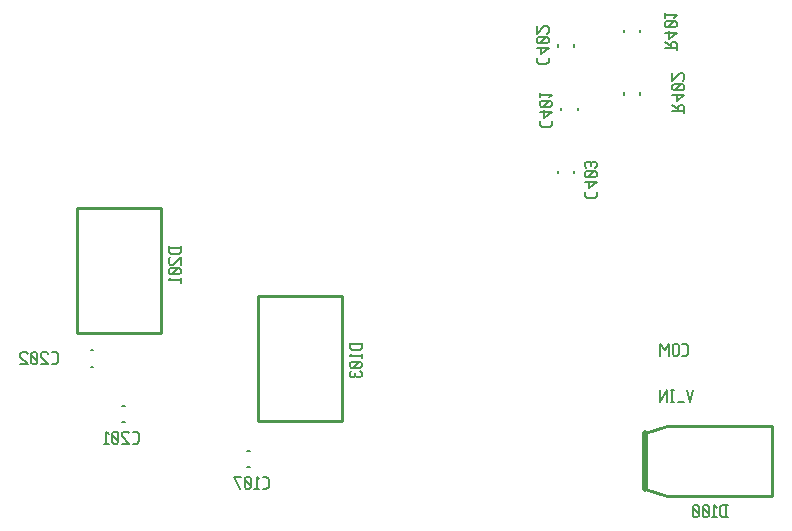
<source format=gbr>
G04 start of page 11 for group -4078 idx -4078 *
G04 Title: RspPiPS, bottomsilk *
G04 Creator: pcb 4.0.2 *
G04 CreationDate: Thu Dec 16 04:25:21 2021 UTC *
G04 For: austin *
G04 Format: Gerber/RS-274X *
G04 PCB-Dimensions (mil): 10000.00 10000.00 *
G04 PCB-Coordinate-Origin: lower left *
%MOIN*%
%FSLAX25Y25*%
%LNBOTTOMSILK*%
%ADD111C,0.0200*%
%ADD110C,0.0100*%
%ADD109C,0.0080*%
G54D109*X426700Y622000D02*X425700Y618000D01*
X424700Y622000D01*
X421500Y618000D02*X423500D01*
X419300Y622000D02*X420300D01*
X419800Y618000D02*Y622000D01*
X419300Y618000D02*X420300D01*
X418100D02*Y622000D01*
X415600Y618000D01*
Y622000D01*
X423100Y633400D02*X424400D01*
X425100Y634100D02*X424400Y633400D01*
X425100Y634100D02*Y636700D01*
X424400Y637400D01*
X423100D02*X424400D01*
X421900Y633900D02*Y636900D01*
X421400Y637400D01*
X420400D02*X421400D01*
X420400D02*X419900Y636900D01*
Y633900D02*Y636900D01*
X420400Y633400D02*X419900Y633900D01*
X420400Y633400D02*X421400D01*
X421900Y633900D02*X421400Y633400D01*
X418700D02*Y637400D01*
X417200Y635400D01*
X415700Y637400D01*
Y633400D02*Y637400D01*
X225827Y629799D02*X226613D01*
X225827Y635309D02*X226613D01*
X236387Y616802D02*X237173D01*
X236387Y611292D02*X237173D01*
G54D110*X249433Y682681D02*Y641081D01*
X221433D01*
Y682681D01*
X249433D01*
G54D111*X410636Y589166D02*Y607566D01*
G54D110*X417836Y610166D01*
X453036D01*
Y586566D02*Y610166D01*
X417836Y586566D02*X453036D01*
X417836D02*X410636Y589166D01*
G54D109*X278107Y601755D02*X278893D01*
X278107Y596245D02*X278893D01*
G54D110*X309669Y653277D02*Y611677D01*
X281669D01*
Y653277D01*
X309669D01*
G54D109*X386993Y737263D02*Y736477D01*
X381483Y737263D02*Y736477D01*
X388174Y716003D02*Y715217D01*
X382664Y716003D02*Y715217D01*
X409054Y742125D02*Y741339D01*
X403544Y742125D02*Y741339D01*
X386993Y695137D02*Y694351D01*
X381483Y695137D02*Y694351D01*
X409054Y721259D02*Y720473D01*
X403544Y721259D02*Y720473D01*
X374488Y731420D02*Y732720D01*
X375188Y730720D02*X374488Y731420D01*
X375188Y730720D02*X377788D01*
X378488Y731420D01*
Y732720D01*
X375988Y733920D02*X378488Y735920D01*
X375988Y733920D02*Y736420D01*
X374488Y735920D02*X378488D01*
X374988Y737620D02*X374488Y738120D01*
X374988Y737620D02*X377988D01*
X378488Y738120D01*
Y739120D01*
X377988Y739620D01*
X374988D02*X377988D01*
X374488Y739120D02*X374988Y739620D01*
X374488Y738120D02*Y739120D01*
X375488Y737620D02*X377488Y739620D01*
X377988Y740820D02*X378488Y741320D01*
Y742820D01*
X377988Y743320D01*
X376988D02*X377988D01*
X374488Y740820D02*X376988Y743320D01*
X374488Y740820D02*Y743320D01*
X375569Y710260D02*Y711560D01*
X376269Y709560D02*X375569Y710260D01*
X376269Y709560D02*X378869D01*
X379569Y710260D01*
Y711560D01*
X377069Y712760D02*X379569Y714760D01*
X377069Y712760D02*Y715260D01*
X375569Y714760D02*X379569D01*
X376069Y716460D02*X375569Y716960D01*
X376069Y716460D02*X379069D01*
X379569Y716960D01*
Y717960D01*
X379069Y718460D01*
X376069D02*X379069D01*
X375569Y717960D02*X376069Y718460D01*
X375569Y716960D02*Y717960D01*
X376569Y716460D02*X378569Y718460D01*
X378769Y719660D02*X379569Y720460D01*
X375569D02*X379569D01*
X375569Y719660D02*Y721160D01*
X421249Y735482D02*Y737482D01*
X420749Y737982D01*
X419749D02*X420749D01*
X419249Y737482D02*X419749Y737982D01*
X419249Y735982D02*Y737482D01*
X417249Y735982D02*X421249D01*
X419249Y736782D02*X417249Y737982D01*
X418749Y739182D02*X421249Y741182D01*
X418749Y739182D02*Y741682D01*
X417249Y741182D02*X421249D01*
X417749Y742882D02*X417249Y743382D01*
X417749Y742882D02*X420749D01*
X421249Y743382D01*
Y744382D01*
X420749Y744882D01*
X417749D02*X420749D01*
X417249Y744382D02*X417749Y744882D01*
X417249Y743382D02*Y744382D01*
X418249Y742882D02*X420249Y744882D01*
X420449Y746082D02*X421249Y746882D01*
X417249D02*X421249D01*
X417249Y746082D02*Y747582D01*
X423649Y714516D02*Y716516D01*
X423149Y717016D01*
X422149D02*X423149D01*
X421649Y716516D02*X422149Y717016D01*
X421649Y715016D02*Y716516D01*
X419649Y715016D02*X423649D01*
X421649Y715816D02*X419649Y717016D01*
X421149Y718216D02*X423649Y720216D01*
X421149Y718216D02*Y720716D01*
X419649Y720216D02*X423649D01*
X420149Y721916D02*X419649Y722416D01*
X420149Y721916D02*X423149D01*
X423649Y722416D01*
Y723416D01*
X423149Y723916D01*
X420149D02*X423149D01*
X419649Y723416D02*X420149Y723916D01*
X419649Y722416D02*Y723416D01*
X420649Y721916D02*X422649Y723916D01*
X423149Y725116D02*X423649Y725616D01*
Y727116D01*
X423149Y727616D01*
X422149D02*X423149D01*
X419649Y725116D02*X422149Y727616D01*
X419649Y725116D02*Y727616D01*
X437736Y579666D02*Y583666D01*
X436436D02*X435736Y582966D01*
Y580366D02*Y582966D01*
X436436Y579666D02*X435736Y580366D01*
X436436Y579666D02*X438236D01*
X436436Y583666D02*X438236D01*
X434536Y582866D02*X433736Y583666D01*
Y579666D02*Y583666D01*
X433036Y579666D02*X434536D01*
X431836Y580166D02*X431336Y579666D01*
X431836Y580166D02*Y583166D01*
X431336Y583666D01*
X430336D02*X431336D01*
X430336D02*X429836Y583166D01*
Y580166D02*Y583166D01*
X430336Y579666D02*X429836Y580166D01*
X430336Y579666D02*X431336D01*
X431836Y580666D02*X429836Y582666D01*
X428636Y580166D02*X428136Y579666D01*
X428636Y580166D02*Y583166D01*
X428136Y583666D01*
X427136D02*X428136D01*
X427136D02*X426636Y583166D01*
Y580166D02*Y583166D01*
X427136Y579666D02*X426636Y580166D01*
X427136Y579666D02*X428136D01*
X428636Y580666D02*X426636Y582666D01*
X212930Y630596D02*X214230D01*
X214930Y631296D02*X214230Y630596D01*
X214930Y631296D02*Y633896D01*
X214230Y634596D01*
X212930D02*X214230D01*
X211730Y634096D02*X211230Y634596D01*
X209730D02*X211230D01*
X209730D02*X209230Y634096D01*
Y633096D02*Y634096D01*
X211730Y630596D02*X209230Y633096D01*
Y630596D02*X211730D01*
X208030Y631096D02*X207530Y630596D01*
X208030Y631096D02*Y634096D01*
X207530Y634596D01*
X206530D02*X207530D01*
X206530D02*X206030Y634096D01*
Y631096D02*Y634096D01*
X206530Y630596D02*X206030Y631096D01*
X206530Y630596D02*X207530D01*
X208030Y631596D02*X206030Y633596D01*
X204830Y634096D02*X204330Y634596D01*
X202830D02*X204330D01*
X202830D02*X202330Y634096D01*
Y633096D02*Y634096D01*
X204830Y630596D02*X202330Y633096D01*
Y630596D02*X204830D01*
X239930Y604197D02*X241230D01*
X241930Y604897D02*X241230Y604197D01*
X241930Y604897D02*Y607497D01*
X241230Y608197D01*
X239930D02*X241230D01*
X238730Y607697D02*X238230Y608197D01*
X236730D02*X238230D01*
X236730D02*X236230Y607697D01*
Y606697D02*Y607697D01*
X238730Y604197D02*X236230Y606697D01*
Y604197D02*X238730D01*
X235030Y604697D02*X234530Y604197D01*
X235030Y604697D02*Y607697D01*
X234530Y608197D01*
X233530D02*X234530D01*
X233530D02*X233030Y607697D01*
Y604697D02*Y607697D01*
X233530Y604197D02*X233030Y604697D01*
X233530Y604197D02*X234530D01*
X235030Y605197D02*X233030Y607197D01*
X231830Y607397D02*X231030Y608197D01*
Y604197D02*Y608197D01*
X230330Y604197D02*X231830D01*
X283150Y589150D02*X284450D01*
X285150Y589850D02*X284450Y589150D01*
X285150Y589850D02*Y592450D01*
X284450Y593150D01*
X283150D02*X284450D01*
X281950Y592350D02*X281150Y593150D01*
Y589150D02*Y593150D01*
X280450Y589150D02*X281950D01*
X279250Y589650D02*X278750Y589150D01*
X279250Y589650D02*Y592650D01*
X278750Y593150D01*
X277750D02*X278750D01*
X277750D02*X277250Y592650D01*
Y589650D02*Y592650D01*
X277750Y589150D02*X277250Y589650D01*
X277750Y589150D02*X278750D01*
X279250Y590150D02*X277250Y592150D01*
X275550Y589150D02*X273550Y593150D01*
X276050D01*
X312227Y637331D02*X316227D01*
X312227Y636031D02*X312927Y635331D01*
X315527D01*
X316227Y636031D02*X315527Y635331D01*
X316227Y636031D02*Y637831D01*
X312227Y636031D02*Y637831D01*
X313027Y634131D02*X312227Y633331D01*
X316227D01*
Y632631D02*Y634131D01*
X315727Y631431D02*X316227Y630931D01*
X312727Y631431D02*X315727D01*
X312727D02*X312227Y630931D01*
Y629931D02*Y630931D01*
Y629931D02*X312727Y629431D01*
X315727D01*
X316227Y629931D02*X315727Y629431D01*
X316227Y629931D02*Y630931D01*
X315227Y631431D02*X313227Y629431D01*
X312727Y628231D02*X312227Y627731D01*
Y626731D02*Y627731D01*
Y626731D02*X312727Y626231D01*
X316227Y626731D02*X315727Y626231D01*
X316227Y626731D02*Y627731D01*
X315727Y628231D02*X316227Y627731D01*
X314027Y626731D02*Y627731D01*
X312727Y626231D02*X313527D01*
X314527D02*X315727D01*
X314527D02*X314027Y626731D01*
X313527Y626231D02*X314027Y626731D01*
X390588Y686794D02*Y688094D01*
X391288Y686094D02*X390588Y686794D01*
X391288Y686094D02*X393888D01*
X394588Y686794D01*
Y688094D01*
X392088Y689294D02*X394588Y691294D01*
X392088Y689294D02*Y691794D01*
X390588Y691294D02*X394588D01*
X391088Y692994D02*X390588Y693494D01*
X391088Y692994D02*X394088D01*
X394588Y693494D01*
Y694494D01*
X394088Y694994D01*
X391088D02*X394088D01*
X390588Y694494D02*X391088Y694994D01*
X390588Y693494D02*Y694494D01*
X391588Y692994D02*X393588Y694994D01*
X394088Y696194D02*X394588Y696694D01*
Y697694D01*
X394088Y698194D01*
X390588Y697694D02*X391088Y698194D01*
X390588Y696694D02*Y697694D01*
X391088Y696194D02*X390588Y696694D01*
X392788D02*Y697694D01*
X393288Y698194D02*X394088D01*
X391088D02*X392288D01*
X392788Y697694D01*
X393288Y698194D02*X392788Y697694D01*
X251931Y669467D02*X255931D01*
X251931Y668167D02*X252631Y667467D01*
X255231D01*
X255931Y668167D02*X255231Y667467D01*
X255931Y668167D02*Y669967D01*
X251931Y668167D02*Y669967D01*
X252431Y666267D02*X251931Y665767D01*
Y664267D02*Y665767D01*
Y664267D02*X252431Y663767D01*
X253431D01*
X255931Y666267D02*X253431Y663767D01*
X255931D02*Y666267D01*
X255431Y662567D02*X255931Y662067D01*
X252431Y662567D02*X255431D01*
X252431D02*X251931Y662067D01*
Y661067D02*Y662067D01*
Y661067D02*X252431Y660567D01*
X255431D01*
X255931Y661067D02*X255431Y660567D01*
X255931Y661067D02*Y662067D01*
X254931Y662567D02*X252931Y660567D01*
X252731Y659367D02*X251931Y658567D01*
X255931D01*
Y657867D02*Y659367D01*
M02*

</source>
